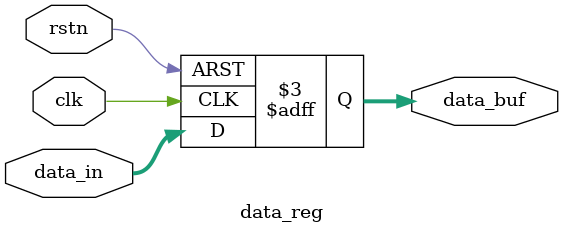
<source format=v>
module data_reg (
  input clk,
  input rstn,

  input [31:0] data_in,
  output reg [31:0] data_buf
);

always @ (posedge clk or negedge rstn) begin
  if (!rstn) data_buf <= 32'b0;
  else data_buf <= data_in;
end

endmodule

</source>
